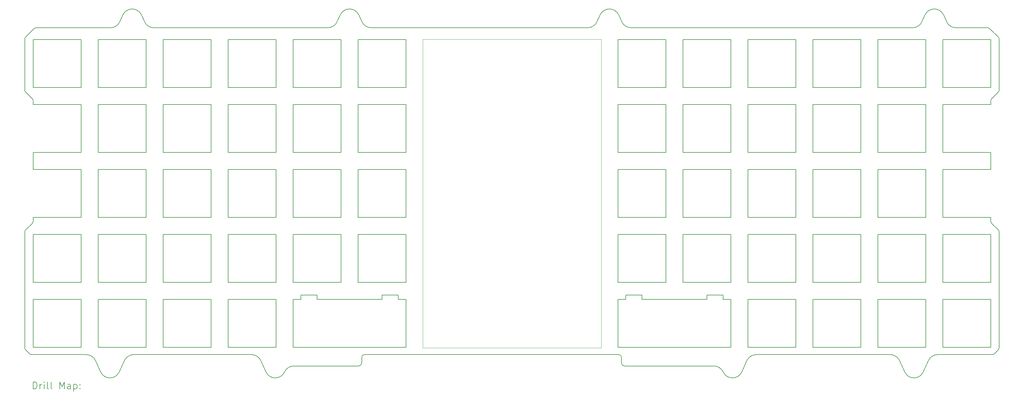
<source format=gbr>
%TF.GenerationSoftware,KiCad,Pcbnew,(6.0.7-1)-1*%
%TF.CreationDate,2022-11-07T11:39:17+01:00*%
%TF.ProjectId,frog-mini,66726f67-2d6d-4696-9e69-2e6b69636164,rev?*%
%TF.SameCoordinates,Original*%
%TF.FileFunction,Drillmap*%
%TF.FilePolarity,Positive*%
%FSLAX45Y45*%
G04 Gerber Fmt 4.5, Leading zero omitted, Abs format (unit mm)*
G04 Created by KiCad (PCBNEW (6.0.7-1)-1) date 2022-11-07 11:39:17*
%MOMM*%
%LPD*%
G01*
G04 APERTURE LIST*
%ADD10C,0.150000*%
%ADD11C,0.100000*%
%ADD12C,0.200000*%
G04 APERTURE END LIST*
D10*
X7798552Y-12562371D02*
X7798595Y-12693382D01*
X10179804Y-12562371D02*
X10179804Y-12693379D01*
X7322302Y-12693379D02*
X7322302Y-12562371D01*
X9703603Y-12693379D02*
X9703554Y-12562371D01*
X9703554Y-12562371D02*
X10179804Y-12562371D01*
X7322302Y-12562371D02*
X7798552Y-12562371D01*
D11*
X16133005Y-5061444D02*
X10894188Y-5061423D01*
D10*
X16621140Y-12193321D02*
X16621140Y-10788383D01*
X6596070Y-8383310D02*
X5191133Y-8383310D01*
X23741119Y-10288295D02*
X22336181Y-10288295D01*
X10406098Y-5073377D02*
X10406098Y-6478314D01*
X21836129Y-12693353D02*
X21836129Y-14098290D01*
X-523909Y-5073347D02*
X881029Y-5073347D01*
D12*
X19705214Y-14819212D02*
G75*
G03*
X19432498Y-14644211I-272654J-124898D01*
G01*
D10*
X3286095Y-14098302D02*
X3286095Y-12693365D01*
X881029Y-8883363D02*
X881029Y-10288301D01*
X3286095Y-12693365D02*
X4691033Y-12693365D01*
D12*
X16721679Y-14386611D02*
G75*
G03*
X16646684Y-14311611I-74999J1D01*
G01*
D10*
X10406075Y-12693382D02*
X10406075Y-14098320D01*
D12*
X-742964Y-6615168D02*
X-552501Y-6802689D01*
D10*
X4691057Y-8883375D02*
X4691057Y-10288313D01*
D12*
X2420746Y-14311610D02*
G75*
G03*
X2148028Y-14486611I-6J-299990D01*
G01*
D10*
X27551147Y-6873382D02*
X27551147Y-6978338D01*
X7096147Y-10788395D02*
X8501084Y-10788395D01*
X21836105Y-6478285D02*
X20431167Y-6478285D01*
D12*
X27579737Y-6802668D02*
G75*
G03*
X27551147Y-6873382I69143J-69092D01*
G01*
D10*
X18526154Y-6478291D02*
X18526154Y-5073353D01*
X10406075Y-14098320D02*
X7096123Y-14098314D01*
X18026077Y-6478297D02*
X16621140Y-6478297D01*
D12*
X16721679Y-14544211D02*
G75*
G03*
X16821684Y-14644211I100001J1D01*
G01*
D10*
X21836105Y-5073347D02*
X21836105Y-6478285D01*
X7096147Y-5073371D02*
X8501084Y-5073371D01*
X23741119Y-12193303D02*
X22336181Y-12193303D01*
D12*
X2105028Y-4349211D02*
X2014964Y-4549211D01*
D10*
X26146209Y-10288283D02*
X26146209Y-8883346D01*
X3286119Y-8883375D02*
X4691057Y-8883375D01*
X16621140Y-8383305D02*
X16621140Y-6978367D01*
X27551170Y-14098273D02*
X26146233Y-14098273D01*
X2786043Y-10788377D02*
X2786043Y-12193315D01*
D12*
X1998651Y-14819211D02*
X2148028Y-14486611D01*
X16721684Y-14386611D02*
X16721684Y-14544211D01*
D10*
X4691057Y-8383305D02*
X3286119Y-8383305D01*
D12*
X-742964Y-14173500D02*
X-634965Y-14282321D01*
D10*
X27551147Y-6478267D02*
X26146209Y-6478267D01*
D12*
X27797746Y-5066032D02*
G75*
G03*
X27768457Y-4995322I-99996J2D01*
G01*
D10*
X4691057Y-10788383D02*
X4691057Y-12193321D01*
X22336205Y-12693347D02*
X23741142Y-12693347D01*
X24241219Y-14098278D02*
X24241219Y-12693341D01*
X4691057Y-5073359D02*
X4691057Y-6478297D01*
X-523932Y-12693353D02*
X881005Y-12693353D01*
X21836105Y-10788371D02*
X21836105Y-12193309D01*
D12*
X25994746Y-14311610D02*
G75*
G03*
X25722028Y-14486611I-6J-299990D01*
G01*
X6150444Y-14486611D02*
X6299821Y-14819211D01*
D10*
X5191133Y-6978373D02*
X6596070Y-6978373D01*
D12*
X8114746Y-4724213D02*
G75*
G03*
X8387464Y-4549211I4J299993D01*
G01*
X9182838Y-14311608D02*
G75*
G03*
X9107838Y-14386611I2J-75002D01*
G01*
D10*
X18526154Y-5073353D02*
X19931091Y-5073353D01*
X4691057Y-10288313D02*
X3286119Y-10288313D01*
X5191133Y-8883381D02*
X6596070Y-8883381D01*
X20431167Y-12193309D02*
X20431167Y-10788371D01*
X16621140Y-5073359D02*
X18026077Y-5073359D01*
X23741119Y-6478279D02*
X22336181Y-6478279D01*
X18026077Y-10288313D02*
X16621140Y-10288313D01*
X24241195Y-5073336D02*
X25646133Y-5073336D01*
X23741119Y-6978349D02*
X23741119Y-8383287D01*
X10406098Y-12193338D02*
X9001161Y-12193338D01*
X5191109Y-14098308D02*
X5191109Y-12693370D01*
X23741142Y-12693347D02*
X23741142Y-14098284D01*
X10406098Y-10288330D02*
X9001161Y-10288330D01*
X8501084Y-6478308D02*
X7096147Y-6478308D01*
D12*
X15734746Y-4724211D02*
X9385746Y-4724211D01*
X1303839Y-14486611D02*
G75*
G03*
X1031121Y-14311611I-272707J-124983D01*
G01*
D10*
X-523909Y-6478285D02*
X-523909Y-5073347D01*
X3286119Y-10288313D02*
X3286119Y-8883375D01*
X6596070Y-10788389D02*
X6596070Y-12193326D01*
X19931091Y-6978361D02*
X19931091Y-8383299D01*
X9001161Y-10288330D02*
X9001161Y-8883393D01*
X21836105Y-12193309D02*
X20431167Y-12193309D01*
X881029Y-6478285D02*
X-523909Y-6478285D01*
X10406098Y-8883393D02*
X10406098Y-10288330D01*
X3286119Y-6978367D02*
X4691057Y-6978367D01*
D12*
X20672746Y-14311611D02*
X24605121Y-14311611D01*
D10*
X1381105Y-6978361D02*
X2786043Y-6978361D01*
D12*
X9113028Y-4549211D02*
X9022964Y-4349211D01*
D10*
X26146209Y-8883346D02*
X27551147Y-8883346D01*
X5191133Y-5073365D02*
X6596070Y-5073365D01*
X27551170Y-12693335D02*
X27551170Y-14098273D01*
X5191133Y-12193326D02*
X5191133Y-10788389D01*
X10406098Y-6978385D02*
X10406098Y-8383322D01*
X4691057Y-6478297D02*
X3286119Y-6478297D01*
X7096147Y-8383316D02*
X7096147Y-6978379D01*
X19931091Y-8883369D02*
X19931091Y-10288307D01*
D12*
X27456325Y-4724611D02*
X26530746Y-4724211D01*
D10*
X19704936Y-12562354D02*
X19704936Y-12693362D01*
X25646156Y-12693341D02*
X25646156Y-14098278D01*
X9001161Y-5073377D02*
X10406098Y-5073377D01*
X8501084Y-6978379D02*
X8501084Y-8383316D01*
X-523932Y-14098290D02*
X-523932Y-12693353D01*
X5191133Y-10288319D02*
X5191133Y-8883381D01*
X25646133Y-6478273D02*
X24241195Y-6478273D01*
X26146209Y-6478267D02*
X26146209Y-5073330D01*
X10406072Y-12693379D02*
X10179804Y-12693379D01*
X-523909Y-6978355D02*
X-523909Y-6873399D01*
D12*
X25994746Y-14311611D02*
X27589746Y-14311611D01*
X25259746Y-4724211D02*
X17005746Y-4724211D01*
D10*
X1381105Y-8383299D02*
X1381105Y-6978361D01*
X22336181Y-6478279D02*
X22336181Y-5073341D01*
X3286119Y-10788383D02*
X4691057Y-10788383D01*
X8501084Y-5073371D02*
X8501084Y-6478308D01*
X22336181Y-12193303D02*
X22336181Y-10788365D01*
X26146233Y-14098273D02*
X26146233Y-12693335D01*
D12*
X-501543Y-4753500D02*
X-742964Y-4994922D01*
X27768457Y-4995322D02*
X27527035Y-4753900D01*
D10*
X16621140Y-10288313D02*
X16621140Y-8883375D01*
X25646133Y-10788360D02*
X25646133Y-12193297D01*
X25646133Y-10288289D02*
X24241195Y-10288289D01*
X24241195Y-6978343D02*
X25646133Y-6978343D01*
X19931091Y-10288307D02*
X18526154Y-10288307D01*
X6596047Y-14098308D02*
X5191109Y-14098308D01*
D12*
X9113028Y-4549211D02*
G75*
G03*
X9385746Y-4724211I272712J124991D01*
G01*
X7117974Y-14644211D02*
X9007838Y-14644211D01*
D10*
X-523909Y-10393257D02*
X-523909Y-10288301D01*
X27551147Y-8383275D02*
X27551147Y-8883346D01*
X20431167Y-10288301D02*
X20431167Y-8883363D01*
X4691057Y-6978367D02*
X4691057Y-8383305D01*
X27551147Y-10288283D02*
X27551147Y-10393239D01*
X22336181Y-8883357D02*
X23741119Y-8883357D01*
D12*
X26258028Y-4549211D02*
X26167964Y-4349211D01*
D10*
X24241195Y-10288289D02*
X24241195Y-8883352D01*
X6596070Y-5073365D02*
X6596070Y-6478302D01*
X19931091Y-5073353D02*
X19931091Y-6478291D01*
X19931091Y-10788377D02*
X19931091Y-12193315D01*
D12*
X-772254Y-14102789D02*
G75*
G03*
X-742964Y-14173500I99999J0D01*
G01*
D10*
X1381105Y-5073353D02*
X2786043Y-5073353D01*
D12*
X27797746Y-6544857D02*
X27797746Y-5066032D01*
X20672746Y-14311610D02*
G75*
G03*
X20400028Y-14486611I-6J-299990D01*
G01*
X15734746Y-4724213D02*
G75*
G03*
X16007464Y-4549211I4J299993D01*
G01*
D10*
X9001161Y-8383322D02*
X9001161Y-6978385D01*
D12*
X16733028Y-4549211D02*
X16642964Y-4349211D01*
D10*
X16621140Y-8883375D02*
X18026077Y-8883375D01*
D12*
X-552501Y-10463968D02*
X-742964Y-10651488D01*
D11*
X10894188Y-5061423D02*
X10894188Y-14110173D01*
D10*
X23741142Y-14098284D02*
X22336205Y-14098284D01*
D12*
X-742964Y-4994922D02*
G75*
G03*
X-772254Y-5065632I70710J-70710D01*
G01*
D10*
X7096147Y-8883387D02*
X8501084Y-8883387D01*
D12*
X-742964Y-10651488D02*
G75*
G03*
X-772254Y-10722199I70710J-70710D01*
G01*
D10*
X5191133Y-6478302D02*
X5191133Y-5073365D01*
X-523909Y-8883363D02*
X-523909Y-8383293D01*
D12*
X16821684Y-14644211D02*
X19432498Y-14644211D01*
D10*
X20431167Y-6478285D02*
X20431167Y-5073347D01*
D12*
X9007838Y-14644208D02*
G75*
G03*
X9107838Y-14544211I2J99998D01*
G01*
D10*
X26146233Y-12693335D02*
X27551170Y-12693335D01*
X21836105Y-8383293D02*
X20431167Y-8383293D01*
X9001161Y-10788401D02*
X10406098Y-10788401D01*
X19704936Y-12693362D02*
X19931115Y-12693359D01*
X-523909Y-10788371D02*
X881029Y-10788371D01*
X20431191Y-12693353D02*
X21836129Y-12693353D01*
X20431167Y-6978355D02*
X21836105Y-6978355D01*
D12*
X2740528Y-4549211D02*
G75*
G03*
X3013246Y-4724211I272712J124991D01*
G01*
X2740528Y-4549211D02*
X2650464Y-4349211D01*
X1453216Y-14819211D02*
G75*
G03*
X1998651Y-14819211I272718J125000D01*
G01*
D10*
X9001161Y-12193338D02*
X9001161Y-10788401D01*
X22336181Y-6978349D02*
X23741119Y-6978349D01*
X10406098Y-6478314D02*
X9001161Y-6478314D01*
D12*
X26167964Y-4349211D02*
G75*
G03*
X25622528Y-4349211I-272718J-125000D01*
G01*
D10*
X5191133Y-10788389D02*
X6596070Y-10788389D01*
D12*
X-523909Y-6873399D02*
G75*
G03*
X-552501Y-6802689I-97733J1617D01*
G01*
D10*
X18026077Y-8383305D02*
X16621140Y-8383305D01*
X22336181Y-10788365D02*
X23741119Y-10788365D01*
D12*
X-772254Y-5065632D02*
X-772254Y-6544457D01*
X9182838Y-14311611D02*
X16646684Y-14311611D01*
X-772254Y-10722199D02*
X-772254Y-14102789D01*
D10*
X1381082Y-12693359D02*
X2786019Y-12693359D01*
X1381082Y-14098296D02*
X1381082Y-12693359D01*
X5191109Y-12693370D02*
X6596047Y-12693370D01*
X18526154Y-8383299D02*
X18526154Y-6978361D01*
X8501084Y-8383316D02*
X7096147Y-8383316D01*
D12*
X27768456Y-14173500D02*
G75*
G03*
X27797746Y-14102789I-70706J70710D01*
G01*
D10*
X27551147Y-10288283D02*
X26146209Y-10288283D01*
X24241195Y-10788360D02*
X25646133Y-10788360D01*
D12*
X25622528Y-4349211D02*
X25532464Y-4549211D01*
D10*
X3286119Y-6478297D02*
X3286119Y-5073359D01*
X9001161Y-6978385D02*
X10406098Y-6978385D01*
X18026077Y-6978367D02*
X18026077Y-8383305D01*
X4691033Y-12693365D02*
X4691033Y-14098302D01*
X20431167Y-10788371D02*
X21836105Y-10788371D01*
X26146209Y-10788354D02*
X27551147Y-10788354D01*
X881029Y-12193309D02*
X-523909Y-12193309D01*
X22336181Y-10288295D02*
X22336181Y-8883357D01*
X18526154Y-10288307D02*
X18526154Y-8883369D01*
X16847433Y-12693362D02*
X16847433Y-12562354D01*
X25646133Y-8383281D02*
X24241195Y-8383281D01*
X26146209Y-8383275D02*
X26146209Y-6978338D01*
X20431167Y-8383293D02*
X20431167Y-6978355D01*
X25646133Y-12193297D02*
X24241195Y-12193297D01*
X22336181Y-5073341D02*
X23741119Y-5073341D01*
D12*
X27660457Y-14282321D02*
X27768457Y-14173500D01*
X27589746Y-14311609D02*
G75*
G03*
X27660457Y-14282321I-6J100019D01*
G01*
X20250652Y-14819211D02*
X20400028Y-14486611D01*
D10*
X-523909Y-6978355D02*
X881029Y-6978355D01*
X6596070Y-6978373D02*
X6596070Y-8383310D01*
D12*
X2420746Y-14311611D02*
X5877726Y-14311611D01*
D10*
X18026077Y-5073359D02*
X18026077Y-6478297D01*
D12*
X16097528Y-4349211D02*
X16007464Y-4549211D01*
D10*
X4691057Y-12193321D02*
X3286119Y-12193321D01*
X6596070Y-6478302D02*
X5191133Y-6478302D01*
X27551147Y-10788354D02*
X27551147Y-12193291D01*
D11*
X10894188Y-14110173D02*
X16133005Y-14110194D01*
D10*
X6596070Y-10288319D02*
X5191133Y-10288319D01*
D12*
X27799490Y-10722181D02*
G75*
G03*
X27770202Y-10651471I-100000J1D01*
G01*
X-430832Y-4724211D02*
G75*
G03*
X-501543Y-4753500I2J-100006D01*
G01*
D10*
X10406098Y-10788401D02*
X10406098Y-12193338D01*
X9001161Y-8883393D02*
X10406098Y-8883393D01*
X1381105Y-10288307D02*
X1381105Y-8883369D01*
X22336205Y-14098284D02*
X22336205Y-12693347D01*
X2786043Y-10288307D02*
X1381105Y-10288307D01*
X27551147Y-5073330D02*
X27551147Y-6478267D01*
X1381105Y-12193315D02*
X1381105Y-10788377D01*
X2786043Y-5073353D02*
X2786043Y-6478291D01*
X6596070Y-8883381D02*
X6596070Y-10288319D01*
X26146209Y-6978338D02*
X27551147Y-6978338D01*
X7096147Y-6478308D02*
X7096147Y-5073371D01*
D12*
X9022964Y-4349211D02*
G75*
G03*
X8477528Y-4349211I-272718J-125000D01*
G01*
X8114746Y-4724211D02*
X3013246Y-4724211D01*
D10*
X16621140Y-6978367D02*
X18026077Y-6978367D01*
D12*
X6299821Y-14819211D02*
G75*
G03*
X6845257Y-14819211I272718J125000D01*
G01*
D10*
X7798595Y-12693382D02*
X9703603Y-12693379D01*
D12*
X27768457Y-6615568D02*
G75*
G03*
X27797746Y-6544857I-70708J70709D01*
G01*
D10*
X7096123Y-12693376D02*
X7322302Y-12693379D01*
D12*
X25259746Y-4724213D02*
G75*
G03*
X25532464Y-4549211I4J299993D01*
G01*
D10*
X16847433Y-12562354D02*
X17323684Y-12562354D01*
X16621163Y-14098302D02*
X16621163Y-12693365D01*
X7096123Y-14098314D02*
X7096123Y-12693376D01*
X881029Y-5073347D02*
X881029Y-6478285D01*
X3286119Y-5073359D02*
X4691057Y-5073359D01*
X2786019Y-14098296D02*
X1381082Y-14098296D01*
X19931091Y-8383299D02*
X18526154Y-8383299D01*
X8501084Y-10288324D02*
X7096147Y-10288324D01*
D12*
X1742246Y-4724211D02*
X-430832Y-4724211D01*
D10*
X881029Y-10288301D02*
X-523909Y-10288301D01*
D12*
X1303839Y-14486611D02*
X1453216Y-14819211D01*
D10*
X9001161Y-6478314D02*
X9001161Y-5073377D01*
X1381105Y-8883369D02*
X2786043Y-8883369D01*
X26146209Y-5073330D02*
X27551147Y-5073330D01*
X18526154Y-8883369D02*
X19931091Y-8883369D01*
X19931115Y-12693359D02*
X19931115Y-14098296D01*
X18026077Y-8883375D02*
X18026077Y-10288313D01*
X21836105Y-6978355D02*
X21836105Y-8383293D01*
X27551147Y-12193291D02*
X26146209Y-12193291D01*
X2786043Y-12193315D02*
X1381105Y-12193315D01*
X21836129Y-14098290D02*
X20431191Y-14098290D01*
X21836105Y-8883363D02*
X21836105Y-10288301D01*
X25646133Y-6978343D02*
X25646133Y-8383281D01*
X3286119Y-12193321D02*
X3286119Y-10788383D01*
D12*
X6150447Y-14486610D02*
G75*
G03*
X5877726Y-14311611I-272717J-125000D01*
G01*
D10*
X19228685Y-12562354D02*
X19704936Y-12562354D01*
X19931091Y-12193315D02*
X18526154Y-12193315D01*
X23741119Y-8883357D02*
X23741119Y-10288295D01*
X7096147Y-6978379D02*
X8501084Y-6978379D01*
D12*
X26258028Y-4549211D02*
G75*
G03*
X26530746Y-4724211I272712J124991D01*
G01*
X7117974Y-14644211D02*
G75*
G03*
X6845257Y-14819211I-65J-299899D01*
G01*
X9107838Y-14544211D02*
X9107838Y-14386611D01*
D10*
X24241195Y-12193297D02*
X24241195Y-10788360D01*
X881005Y-14098290D02*
X-523932Y-14098290D01*
X8501084Y-12193332D02*
X7096147Y-12193332D01*
X18526154Y-12193315D02*
X18526154Y-10788377D01*
D12*
X27797746Y-14102789D02*
X27799492Y-10722181D01*
D10*
X26146209Y-12193291D02*
X26146209Y-10788354D01*
D12*
X27579739Y-6802671D02*
X27768457Y-6615568D01*
D10*
X24241219Y-12693341D02*
X25646156Y-12693341D01*
X881029Y-10788371D02*
X881029Y-12193309D01*
X10406098Y-8383322D02*
X9001161Y-8383322D01*
D12*
X27527037Y-4753899D02*
G75*
G03*
X27456325Y-4724611I-70717J-70732D01*
G01*
X-772254Y-6544457D02*
G75*
G03*
X-742964Y-6615168I99999J0D01*
G01*
D10*
X8501084Y-8883387D02*
X8501084Y-10288324D01*
X5191133Y-8383310D02*
X5191133Y-6978373D01*
X18026077Y-12193321D02*
X16621140Y-12193321D01*
D12*
X25572651Y-14819211D02*
X25722028Y-14486611D01*
D10*
X2786019Y-12693359D02*
X2786019Y-14098296D01*
D12*
X19705216Y-14819211D02*
G75*
G03*
X20250652Y-14819211I272718J125000D01*
G01*
X25027216Y-14819211D02*
G75*
G03*
X25572651Y-14819211I272718J125000D01*
G01*
X16733028Y-4549211D02*
G75*
G03*
X17005746Y-4724211I272712J124991D01*
G01*
D10*
X881029Y-8383293D02*
X-523909Y-8383293D01*
X-523909Y-12193309D02*
X-523909Y-10788371D01*
X7096147Y-12193332D02*
X7096147Y-10788395D01*
D12*
X24877839Y-14486611D02*
X25027216Y-14819211D01*
D10*
X20431191Y-14098290D02*
X20431191Y-12693353D01*
X23741119Y-10788365D02*
X23741119Y-12193303D01*
D12*
X24877835Y-14486612D02*
G75*
G03*
X24605121Y-14311611I-272705J-124978D01*
G01*
D10*
X25646133Y-8883352D02*
X25646133Y-10288289D01*
X16621140Y-10788383D02*
X18026077Y-10788383D01*
X2786043Y-8883369D02*
X2786043Y-10288307D01*
X4691033Y-14098302D02*
X3286095Y-14098302D01*
X16621140Y-6478297D02*
X16621140Y-5073359D01*
D12*
X2650464Y-4349211D02*
G75*
G03*
X2105028Y-4349211I-272718J-125000D01*
G01*
D10*
X17323635Y-12693362D02*
X19228643Y-12693365D01*
X23741119Y-8383287D02*
X22336181Y-8383287D01*
X1381105Y-10788377D02*
X2786043Y-10788377D01*
D12*
X8477528Y-4349211D02*
X8387464Y-4549211D01*
D10*
X2786043Y-6478291D02*
X1381105Y-6478291D01*
X2786043Y-6978361D02*
X2786043Y-8383299D01*
X1381105Y-6478291D02*
X1381105Y-5073353D01*
X3286119Y-8383305D02*
X3286119Y-6978367D01*
D12*
X-552501Y-10463968D02*
G75*
G03*
X-523909Y-10393257I-69141J69094D01*
G01*
D10*
X20431167Y-8883363D02*
X21836105Y-8883363D01*
X21836105Y-10288301D02*
X20431167Y-10288301D01*
X7096147Y-10288324D02*
X7096147Y-8883387D01*
X24241195Y-8883352D02*
X25646133Y-8883352D01*
X27551147Y-8383275D02*
X26146209Y-8383275D01*
X16847433Y-12693362D02*
X16621166Y-12693362D01*
X18526154Y-6978361D02*
X19931091Y-6978361D01*
X19228643Y-12693365D02*
X19228685Y-12562354D01*
X17323684Y-12562354D02*
X17323635Y-12693362D01*
X20431167Y-5073347D02*
X21836105Y-5073347D01*
X23741119Y-5073341D02*
X23741119Y-6478279D01*
X25646156Y-14098278D02*
X24241219Y-14098278D01*
X18026077Y-10788383D02*
X18026077Y-12193321D01*
X6596070Y-12193326D02*
X5191133Y-12193326D01*
X19931115Y-14098296D02*
X16621163Y-14098302D01*
X8501084Y-10788395D02*
X8501084Y-12193332D01*
X881029Y-6978355D02*
X881029Y-8383293D01*
X25646133Y-5073336D02*
X25646133Y-6478273D01*
D12*
X-634965Y-14282321D02*
G75*
G03*
X-564254Y-14311611I70724J70742D01*
G01*
D11*
X16133005Y-5061444D02*
X16133005Y-14110194D01*
D10*
X24241195Y-8383281D02*
X24241195Y-6978343D01*
X-523909Y-8883363D02*
X881029Y-8883363D01*
X881005Y-12693353D02*
X881005Y-14098290D01*
X19931091Y-6478291D02*
X18526154Y-6478291D01*
D12*
X-564254Y-14311611D02*
X1031121Y-14311611D01*
D10*
X6596047Y-12693370D02*
X6596047Y-14098308D01*
D12*
X16642964Y-4349211D02*
G75*
G03*
X16097528Y-4349211I-272718J-125000D01*
G01*
X27551149Y-10393239D02*
G75*
G03*
X27579739Y-10463950I97731J-1621D01*
G01*
D10*
X22336181Y-8383287D02*
X22336181Y-6978349D01*
X24241195Y-6478273D02*
X24241195Y-5073336D01*
D12*
X27770202Y-10651471D02*
X27579739Y-10463950D01*
D10*
X18526154Y-10788377D02*
X19931091Y-10788377D01*
D12*
X1742246Y-4724211D02*
G75*
G03*
X2014964Y-4549211I7J299989D01*
G01*
D10*
X2786043Y-8383299D02*
X1381105Y-8383299D01*
D12*
X-524635Y-15314687D02*
X-524635Y-15114687D01*
X-477016Y-15114687D01*
X-448444Y-15124211D01*
X-429397Y-15143258D01*
X-419873Y-15162306D01*
X-410349Y-15200401D01*
X-410349Y-15228973D01*
X-419873Y-15267068D01*
X-429397Y-15286115D01*
X-448444Y-15305163D01*
X-477016Y-15314687D01*
X-524635Y-15314687D01*
X-324635Y-15314687D02*
X-324635Y-15181354D01*
X-324635Y-15219449D02*
X-315111Y-15200401D01*
X-305587Y-15190877D01*
X-286540Y-15181354D01*
X-267492Y-15181354D01*
X-200825Y-15314687D02*
X-200825Y-15181354D01*
X-200825Y-15114687D02*
X-210349Y-15124211D01*
X-200825Y-15133735D01*
X-191301Y-15124211D01*
X-200825Y-15114687D01*
X-200825Y-15133735D01*
X-77016Y-15314687D02*
X-96063Y-15305163D01*
X-105587Y-15286115D01*
X-105587Y-15114687D01*
X27746Y-15314687D02*
X8699Y-15305163D01*
X-825Y-15286115D01*
X-825Y-15114687D01*
X256318Y-15314687D02*
X256318Y-15114687D01*
X322984Y-15257544D01*
X389651Y-15114687D01*
X389651Y-15314687D01*
X570603Y-15314687D02*
X570603Y-15209925D01*
X561080Y-15190877D01*
X542032Y-15181354D01*
X503937Y-15181354D01*
X484889Y-15190877D01*
X570603Y-15305163D02*
X551556Y-15314687D01*
X503937Y-15314687D01*
X484889Y-15305163D01*
X475365Y-15286115D01*
X475365Y-15267068D01*
X484889Y-15248020D01*
X503937Y-15238496D01*
X551556Y-15238496D01*
X570603Y-15228973D01*
X665841Y-15181354D02*
X665841Y-15381354D01*
X665841Y-15190877D02*
X684889Y-15181354D01*
X722984Y-15181354D01*
X742032Y-15190877D01*
X751556Y-15200401D01*
X761079Y-15219449D01*
X761079Y-15276592D01*
X751556Y-15295639D01*
X742032Y-15305163D01*
X722984Y-15314687D01*
X684889Y-15314687D01*
X665841Y-15305163D01*
X846794Y-15295639D02*
X856318Y-15305163D01*
X846794Y-15314687D01*
X837270Y-15305163D01*
X846794Y-15295639D01*
X846794Y-15314687D01*
X846794Y-15190877D02*
X856318Y-15200401D01*
X846794Y-15209925D01*
X837270Y-15200401D01*
X846794Y-15190877D01*
X846794Y-15209925D01*
M02*

</source>
